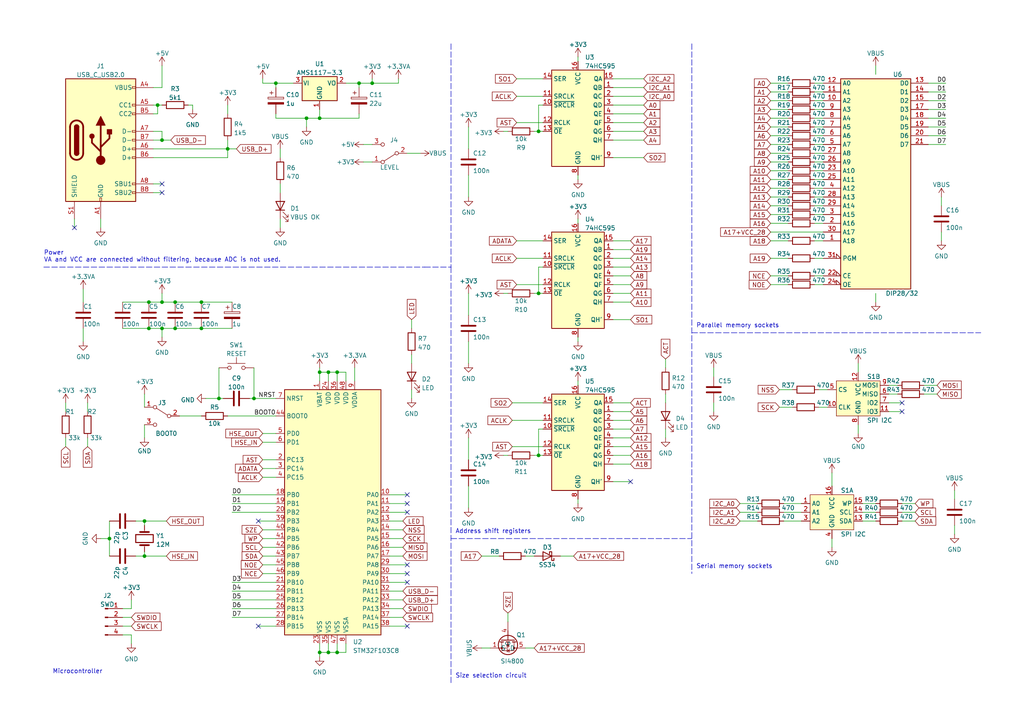
<source format=kicad_sch>
(kicad_sch (version 20211123) (generator eeschema)
  (paper "A4")
  (title_block (title "Memory dumper") (date "2022-10-15") (rev "0.1") (comment 1 "Made by HA5PLS"))
  (junction (at 156.21 38.1))
  (junction (at 73.66 115.57))
  (junction (at 58.42 87.63))
  (junction (at 80.01 24.13))
  (junction (at 92.71 107.95))
  (junction (at 107.95 24.13))
  (junction (at 41.91 151.13))
  (junction (at 156.21 85.09))
  (junction (at 46.99 40.64))
  (junction (at 50.8 87.63))
  (junction (at 95.25 107.95))
  (junction (at 46.99 95.25))
  (junction (at 58.42 95.25))
  (junction (at 95.25 189.23))
  (junction (at 92.71 189.23))
  (junction (at 46.99 87.63))
  (junction (at 43.18 95.25))
  (junction (at 63.5 115.57))
  (junction (at 43.18 87.63))
  (junction (at 97.79 189.23))
  (junction (at 92.71 34.29))
  (junction (at 50.8 95.25))
  (junction (at 97.79 107.95))
  (junction (at 66.04 43.18))
  (junction (at 88.9 34.29))
  (junction (at 156.21 132.08))
  (junction (at 31.75 156.21))
  (junction (at 104.14 24.13))
  (junction (at 45.72 30.48))
  (junction (at 41.91 161.29))
  (no_connect (at 21.59 66.04))
  (no_connect (at 46.99 55.88))
  (no_connect (at 46.99 53.34))
  (no_connect (at 182.88 139.7))
  (no_connect (at 261.62 116.84))
  (no_connect (at 261.62 119.38))
  (no_connect (at 74.93 181.61))
  (no_connect (at 74.93 151.13))
  (no_connect (at 118.11 168.91))
  (no_connect (at 118.11 181.61))
  (no_connect (at 118.11 163.83))
  (no_connect (at 118.11 166.37))
  (no_connect (at 118.11 143.51))
  (no_connect (at 118.11 146.05))
  (no_connect (at 118.11 148.59))
  (wire (pts (xy 66.04 120.65) (xy 80.01 120.65)))
  (wire (pts (xy 257.81 114.3) (xy 260.35 114.3)))
  (wire (pts (xy 223.52 29.21) (xy 228.6 29.21)))
  (wire (pts (xy 66.04 43.18) (xy 68.58 43.18)))
  (wire (pts (xy 269.24 34.29) (xy 274.32 34.29)))
  (wire (pts (xy 223.52 74.93) (xy 228.6 74.93)))
  (wire (pts (xy 236.22 80.01) (xy 238.76 80.01)))
  (wire (pts (xy 223.52 41.91) (xy 228.6 41.91)))
  (wire (pts (xy 214.63 151.13) (xy 219.71 151.13)))
  (wire (pts (xy 41.91 151.13) (xy 48.26 151.13)))
  (wire (pts (xy 21.59 63.5) (xy 21.59 66.04)))
  (wire (pts (xy 45.72 33.02) (xy 45.72 30.48)))
  (wire (pts (xy 223.52 67.31) (xy 238.76 67.31)))
  (wire (pts (xy 44.45 45.72) (xy 66.04 45.72)))
  (wire (pts (xy 44.45 25.4) (xy 46.99 25.4)))
  (wire (pts (xy 19.05 129.54) (xy 19.05 127)))
  (wire (pts (xy 31.75 156.21) (xy 29.21 156.21)))
  (wire (pts (xy 115.57 24.13) (xy 115.57 22.86)))
  (wire (pts (xy 67.31 176.53) (xy 80.01 176.53)))
  (wire (pts (xy 261.62 151.13) (xy 265.43 151.13)))
  (wire (pts (xy 104.14 33.02) (xy 104.14 34.29)))
  (wire (pts (xy 113.03 153.67) (xy 116.84 153.67)))
  (wire (pts (xy 63.5 115.57) (xy 64.77 115.57)))
  (wire (pts (xy 50.8 95.25) (xy 58.42 95.25)))
  (wire (pts (xy 41.91 160.02) (xy 41.91 161.29)))
  (wire (pts (xy 273.05 57.15) (xy 273.05 59.69)))
  (wire (pts (xy 67.31 171.45) (xy 80.01 171.45)))
  (wire (pts (xy 92.71 186.69) (xy 92.71 189.23)))
  (wire (pts (xy 119.38 92.71) (xy 119.38 95.25)))
  (wire (pts (xy 113.03 156.21) (xy 116.84 156.21)))
  (wire (pts (xy 95.25 189.23) (xy 97.79 189.23)))
  (wire (pts (xy 177.8 119.38) (xy 182.88 119.38)))
  (wire (pts (xy 76.2 156.21) (xy 80.01 156.21)))
  (wire (pts (xy 100.33 107.95) (xy 100.33 110.49)))
  (wire (pts (xy 177.8 38.1) (xy 186.69 38.1)))
  (wire (pts (xy 76.2 24.13) (xy 80.01 24.13)))
  (wire (pts (xy 223.52 44.45) (xy 228.6 44.45)))
  (wire (pts (xy 250.19 151.13) (xy 254 151.13)))
  (wire (pts (xy 135.89 85.09) (xy 135.89 91.44)))
  (wire (pts (xy 25.4 129.54) (xy 25.4 127)))
  (wire (pts (xy 241.3 137.16) (xy 241.3 140.97)))
  (wire (pts (xy 66.04 43.18) (xy 66.04 45.72)))
  (wire (pts (xy 105.41 46.99) (xy 107.95 46.99)))
  (wire (pts (xy 254 19.05) (xy 254 21.59)))
  (wire (pts (xy 156.21 77.47) (xy 156.21 85.09)))
  (wire (pts (xy 149.86 35.56) (xy 157.48 35.56)))
  (wire (pts (xy 113.03 146.05) (xy 118.11 146.05)))
  (wire (pts (xy 236.22 74.93) (xy 238.76 74.93)))
  (wire (pts (xy 149.86 27.94) (xy 157.48 27.94)))
  (wire (pts (xy 135.89 99.06) (xy 135.89 105.41)))
  (wire (pts (xy 92.71 106.68) (xy 92.71 107.95)))
  (polyline (pts (xy 12.7 77.47) (xy 123.19 77.47)))
  (wire (pts (xy 207.01 116.84) (xy 207.01 119.38)))
  (wire (pts (xy 236.22 44.45) (xy 238.76 44.45)))
  (wire (pts (xy 116.84 151.13) (xy 113.03 151.13)))
  (wire (pts (xy 177.8 25.4) (xy 186.69 25.4)))
  (wire (pts (xy 41.91 123.19) (xy 41.91 127)))
  (wire (pts (xy 177.8 129.54) (xy 182.88 129.54)))
  (wire (pts (xy 154.94 132.08) (xy 156.21 132.08)))
  (wire (pts (xy 149.86 74.93) (xy 157.48 74.93)))
  (wire (pts (xy 80.01 33.02) (xy 80.01 34.29)))
  (wire (pts (xy 25.4 119.38) (xy 25.4 116.84)))
  (wire (pts (xy 207.01 106.68) (xy 207.01 109.22)))
  (wire (pts (xy 156.21 38.1) (xy 157.48 38.1)))
  (wire (pts (xy 119.38 113.03) (xy 119.38 115.57)))
  (wire (pts (xy 41.91 114.3) (xy 41.91 118.11)))
  (wire (pts (xy 74.93 151.13) (xy 80.01 151.13)))
  (wire (pts (xy 236.22 57.15) (xy 238.76 57.15)))
  (wire (pts (xy 44.45 38.1) (xy 46.99 38.1)))
  (wire (pts (xy 214.63 148.59) (xy 219.71 148.59)))
  (polyline (pts (xy 200.66 12.7) (xy 200.66 166.37)))
  (wire (pts (xy 248.92 123.19) (xy 248.92 125.73)))
  (wire (pts (xy 31.75 151.13) (xy 31.75 156.21)))
  (wire (pts (xy 76.2 158.75) (xy 80.01 158.75)))
  (wire (pts (xy 254 85.09) (xy 254 87.63)))
  (wire (pts (xy 38.1 184.15) (xy 38.1 186.69)))
  (wire (pts (xy 177.8 40.64) (xy 186.69 40.64)))
  (wire (pts (xy 237.49 113.03) (xy 240.03 113.03)))
  (wire (pts (xy 81.28 43.18) (xy 81.28 45.72)))
  (wire (pts (xy 76.2 166.37) (xy 80.01 166.37)))
  (wire (pts (xy 35.56 184.15) (xy 38.1 184.15)))
  (wire (pts (xy 50.8 87.63) (xy 58.42 87.63)))
  (wire (pts (xy 24.13 83.82) (xy 24.13 87.63)))
  (wire (pts (xy 267.97 111.76) (xy 271.78 111.76)))
  (wire (pts (xy 177.8 27.94) (xy 186.69 27.94)))
  (wire (pts (xy 177.8 69.85) (xy 182.88 69.85)))
  (wire (pts (xy 85.09 24.13) (xy 80.01 24.13)))
  (wire (pts (xy 214.63 146.05) (xy 219.71 146.05)))
  (wire (pts (xy 226.06 118.11) (xy 229.87 118.11)))
  (wire (pts (xy 135.89 127) (xy 135.89 133.35)))
  (wire (pts (xy 237.49 118.11) (xy 240.03 118.11)))
  (wire (pts (xy 223.52 46.99) (xy 228.6 46.99)))
  (wire (pts (xy 46.99 95.25) (xy 46.99 97.79)))
  (wire (pts (xy 58.42 87.63) (xy 67.31 87.63)))
  (wire (pts (xy 102.87 106.68) (xy 102.87 110.49)))
  (wire (pts (xy 76.2 161.29) (xy 80.01 161.29)))
  (wire (pts (xy 104.14 24.13) (xy 107.95 24.13)))
  (wire (pts (xy 177.8 45.72) (xy 186.69 45.72)))
  (wire (pts (xy 67.31 148.59) (xy 80.01 148.59)))
  (wire (pts (xy 35.56 179.07) (xy 38.1 179.07)))
  (wire (pts (xy 223.52 62.23) (xy 228.6 62.23)))
  (wire (pts (xy 269.24 41.91) (xy 274.32 41.91)))
  (wire (pts (xy 248.92 105.41) (xy 248.92 107.95)))
  (wire (pts (xy 119.38 102.87) (xy 119.38 105.41)))
  (wire (pts (xy 154.94 85.09) (xy 156.21 85.09)))
  (wire (pts (xy 35.56 95.25) (xy 43.18 95.25)))
  (wire (pts (xy 223.52 80.01) (xy 228.6 80.01)))
  (wire (pts (xy 95.25 107.95) (xy 95.25 110.49)))
  (wire (pts (xy 95.25 186.69) (xy 95.25 189.23)))
  (wire (pts (xy 152.4 187.96) (xy 154.94 187.96)))
  (wire (pts (xy 149.86 69.85) (xy 157.48 69.85)))
  (wire (pts (xy 74.93 181.61) (xy 80.01 181.61)))
  (wire (pts (xy 223.52 34.29) (xy 228.6 34.29)))
  (wire (pts (xy 236.22 69.85) (xy 238.76 69.85)))
  (wire (pts (xy 113.03 173.99) (xy 116.84 173.99)))
  (wire (pts (xy 177.8 134.62) (xy 182.88 134.62)))
  (wire (pts (xy 156.21 132.08) (xy 157.48 132.08)))
  (wire (pts (xy 177.8 72.39) (xy 182.88 72.39)))
  (wire (pts (xy 88.9 34.29) (xy 92.71 34.29)))
  (wire (pts (xy 267.97 114.3) (xy 271.78 114.3)))
  (wire (pts (xy 113.03 143.51) (xy 118.11 143.51)))
  (wire (pts (xy 46.99 87.63) (xy 50.8 87.63)))
  (wire (pts (xy 177.8 127) (xy 182.88 127)))
  (wire (pts (xy 44.45 33.02) (xy 45.72 33.02)))
  (wire (pts (xy 49.53 40.64) (xy 46.99 40.64)))
  (wire (pts (xy 167.64 110.49) (xy 167.64 111.76)))
  (wire (pts (xy 223.52 24.13) (xy 228.6 24.13)))
  (wire (pts (xy 177.8 77.47) (xy 182.88 77.47)))
  (wire (pts (xy 261.62 148.59) (xy 265.43 148.59)))
  (wire (pts (xy 76.2 128.27) (xy 80.01 128.27)))
  (wire (pts (xy 100.33 186.69) (xy 100.33 189.23)))
  (wire (pts (xy 43.18 95.25) (xy 46.99 95.25)))
  (wire (pts (xy 107.95 24.13) (xy 115.57 24.13)))
  (wire (pts (xy 177.8 80.01) (xy 182.88 80.01)))
  (wire (pts (xy 92.71 190.5) (xy 92.71 189.23)))
  (wire (pts (xy 67.31 143.51) (xy 80.01 143.51)))
  (wire (pts (xy 236.22 62.23) (xy 238.76 62.23)))
  (wire (pts (xy 113.03 168.91) (xy 118.11 168.91)))
  (wire (pts (xy 223.52 31.75) (xy 228.6 31.75)))
  (wire (pts (xy 31.75 156.21) (xy 31.75 161.29)))
  (wire (pts (xy 73.66 115.57) (xy 80.01 115.57)))
  (wire (pts (xy 44.45 30.48) (xy 45.72 30.48)))
  (wire (pts (xy 76.2 125.73) (xy 80.01 125.73)))
  (wire (pts (xy 269.24 26.67) (xy 274.32 26.67)))
  (wire (pts (xy 177.8 82.55) (xy 182.88 82.55)))
  (wire (pts (xy 157.48 30.48) (xy 156.21 30.48)))
  (wire (pts (xy 97.79 186.69) (xy 97.79 189.23)))
  (wire (pts (xy 177.8 116.84) (xy 182.88 116.84)))
  (wire (pts (xy 92.71 31.75) (xy 92.71 34.29)))
  (wire (pts (xy 147.32 177.8) (xy 147.32 180.34)))
  (wire (pts (xy 156.21 124.46) (xy 156.21 132.08)))
  (wire (pts (xy 177.8 22.86) (xy 186.69 22.86)))
  (wire (pts (xy 29.21 63.5) (xy 29.21 66.04)))
  (wire (pts (xy 149.86 22.86) (xy 157.48 22.86)))
  (wire (pts (xy 63.5 106.68) (xy 63.5 115.57)))
  (wire (pts (xy 35.56 87.63) (xy 43.18 87.63)))
  (wire (pts (xy 167.64 97.79) (xy 167.64 99.06)))
  (wire (pts (xy 58.42 95.25) (xy 67.31 95.25)))
  (wire (pts (xy 67.31 179.07) (xy 80.01 179.07)))
  (wire (pts (xy 223.52 69.85) (xy 228.6 69.85)))
  (wire (pts (xy 177.8 35.56) (xy 186.69 35.56)))
  (wire (pts (xy 100.33 189.23) (xy 97.79 189.23)))
  (wire (pts (xy 236.22 26.67) (xy 238.76 26.67)))
  (wire (pts (xy 135.89 36.83) (xy 135.89 43.18)))
  (polyline (pts (xy 200.66 96.52) (xy 284.48 96.52)))
  (wire (pts (xy 236.22 29.21) (xy 238.76 29.21)))
  (wire (pts (xy 81.28 63.5) (xy 81.28 66.04)))
  (wire (pts (xy 46.99 95.25) (xy 50.8 95.25)))
  (wire (pts (xy 45.72 30.48) (xy 46.99 30.48)))
  (wire (pts (xy 44.45 55.88) (xy 46.99 55.88)))
  (wire (pts (xy 157.48 124.46) (xy 156.21 124.46)))
  (wire (pts (xy 273.05 67.31) (xy 273.05 69.85)))
  (wire (pts (xy 67.31 168.91) (xy 80.01 168.91)))
  (wire (pts (xy 177.8 121.92) (xy 182.88 121.92)))
  (wire (pts (xy 156.21 85.09) (xy 157.48 85.09)))
  (wire (pts (xy 80.01 133.35) (xy 76.2 133.35)))
  (wire (pts (xy 193.04 114.3) (xy 193.04 116.84)))
  (wire (pts (xy 107.95 22.86) (xy 107.95 24.13)))
  (wire (pts (xy 236.22 64.77) (xy 238.76 64.77)))
  (wire (pts (xy 177.8 33.02) (xy 186.69 33.02)))
  (wire (pts (xy 223.52 57.15) (xy 228.6 57.15)))
  (wire (pts (xy 236.22 34.29) (xy 238.76 34.29)))
  (wire (pts (xy 72.39 115.57) (xy 73.66 115.57)))
  (wire (pts (xy 97.79 107.95) (xy 97.79 110.49)))
  (wire (pts (xy 167.64 144.78) (xy 167.64 146.05)))
  (wire (pts (xy 154.94 38.1) (xy 156.21 38.1)))
  (wire (pts (xy 162.56 161.29) (xy 166.37 161.29)))
  (wire (pts (xy 80.01 34.29) (xy 88.9 34.29)))
  (wire (pts (xy 44.45 53.34) (xy 46.99 53.34)))
  (wire (pts (xy 269.24 39.37) (xy 274.32 39.37)))
  (wire (pts (xy 156.21 30.48) (xy 156.21 38.1)))
  (wire (pts (xy 223.52 26.67) (xy 228.6 26.67)))
  (wire (pts (xy 223.52 82.55) (xy 228.6 82.55)))
  (wire (pts (xy 167.64 63.5) (xy 167.64 64.77)))
  (wire (pts (xy 236.22 52.07) (xy 238.76 52.07)))
  (wire (pts (xy 177.8 124.46) (xy 182.88 124.46)))
  (wire (pts (xy 55.88 31.75) (xy 55.88 30.48)))
  (wire (pts (xy 236.22 24.13) (xy 238.76 24.13)))
  (wire (pts (xy 113.03 176.53) (xy 116.84 176.53)))
  (polyline (pts (xy 123.19 77.47) (xy 130.81 77.47)))
  (wire (pts (xy 257.81 116.84) (xy 261.62 116.84)))
  (wire (pts (xy 113.03 166.37) (xy 118.11 166.37)))
  (wire (pts (xy 76.2 138.43) (xy 80.01 138.43)))
  (polyline (pts (xy 130.81 12.7) (xy 130.81 77.47)))
  (wire (pts (xy 177.8 85.09) (xy 182.88 85.09)))
  (wire (pts (xy 66.04 30.48) (xy 66.04 33.02)))
  (wire (pts (xy 152.4 161.29) (xy 154.94 161.29)))
  (wire (pts (xy 148.59 129.54) (xy 157.48 129.54)))
  (wire (pts (xy 269.24 31.75) (xy 274.32 31.75)))
  (wire (pts (xy 223.52 52.07) (xy 228.6 52.07)))
  (wire (pts (xy 113.03 181.61) (xy 118.11 181.61)))
  (wire (pts (xy 59.69 115.57) (xy 63.5 115.57)))
  (wire (pts (xy 39.37 151.13) (xy 41.91 151.13)))
  (polyline (pts (xy 130.81 156.21) (xy 200.66 156.21)))
  (wire (pts (xy 92.71 34.29) (xy 104.14 34.29)))
  (wire (pts (xy 250.19 146.05) (xy 254 146.05)))
  (wire (pts (xy 148.59 116.84) (xy 157.48 116.84)))
  (wire (pts (xy 257.81 119.38) (xy 261.62 119.38)))
  (wire (pts (xy 157.48 77.47) (xy 156.21 77.47)))
  (wire (pts (xy 236.22 36.83) (xy 238.76 36.83)))
  (wire (pts (xy 236.22 31.75) (xy 238.76 31.75)))
  (wire (pts (xy 19.05 119.38) (xy 19.05 116.84)))
  (wire (pts (xy 46.99 19.05) (xy 46.99 25.4)))
  (wire (pts (xy 241.3 156.21) (xy 241.3 158.75)))
  (wire (pts (xy 236.22 59.69) (xy 238.76 59.69)))
  (wire (pts (xy 24.13 95.25) (xy 24.13 99.06)))
  (wire (pts (xy 76.2 153.67) (xy 80.01 153.67)))
  (wire (pts (xy 261.62 146.05) (xy 265.43 146.05)))
  (wire (pts (xy 223.52 49.53) (xy 228.6 49.53)))
  (wire (pts (xy 43.18 87.63) (xy 46.99 87.63)))
  (wire (pts (xy 250.19 148.59) (xy 254 148.59)))
  (wire (pts (xy 113.03 179.07) (xy 116.84 179.07)))
  (wire (pts (xy 113.03 158.75) (xy 116.84 158.75)))
  (wire (pts (xy 80.01 135.89) (xy 76.2 135.89)))
  (wire (pts (xy 67.31 173.99) (xy 80.01 173.99)))
  (wire (pts (xy 146.05 38.1) (xy 147.32 38.1)))
  (wire (pts (xy 227.33 151.13) (xy 232.41 151.13)))
  (wire (pts (xy 193.04 104.14) (xy 193.04 106.68)))
  (wire (pts (xy 41.91 161.29) (xy 39.37 161.29)))
  (wire (pts (xy 41.91 151.13) (xy 41.91 152.4)))
  (wire (pts (xy 236.22 54.61) (xy 238.76 54.61)))
  (wire (pts (xy 76.2 163.83) (xy 80.01 163.83)))
  (wire (pts (xy 67.31 146.05) (xy 80.01 146.05)))
  (wire (pts (xy 113.03 161.29) (xy 116.84 161.29)))
  (wire (pts (xy 95.25 107.95) (xy 97.79 107.95)))
  (wire (pts (xy 76.2 22.86) (xy 76.2 24.13)))
  (wire (pts (xy 177.8 30.48) (xy 186.69 30.48)))
  (wire (pts (xy 139.7 187.96) (xy 142.24 187.96)))
  (wire (pts (xy 236.22 82.55) (xy 238.76 82.55)))
  (wire (pts (xy 139.7 161.29) (xy 144.78 161.29)))
  (wire (pts (xy 135.89 140.97) (xy 135.89 147.32)))
  (wire (pts (xy 167.64 16.51) (xy 167.64 17.78)))
  (wire (pts (xy 177.8 87.63) (xy 182.88 87.63)))
  (wire (pts (xy 167.64 50.8) (xy 167.64 52.07)))
  (wire (pts (xy 38.1 176.53) (xy 38.1 173.99)))
  (polyline (pts (xy 130.81 77.47) (xy 130.81 198.12)))
  (wire (pts (xy 81.28 53.34) (xy 81.28 55.88)))
  (wire (pts (xy 113.03 171.45) (xy 116.84 171.45)))
  (wire (pts (xy 113.03 163.83) (xy 118.11 163.83)))
  (wire (pts (xy 135.89 50.8) (xy 135.89 57.15)))
  (wire (pts (xy 46.99 38.1) (xy 46.99 40.64)))
  (wire (pts (xy 276.86 152.4) (xy 276.86 154.94)))
  (wire (pts (xy 269.24 36.83) (xy 274.32 36.83)))
  (wire (pts (xy 223.52 64.77) (xy 228.6 64.77)))
  (wire (pts (xy 66.04 40.64) (xy 66.04 43.18)))
  (wire (pts (xy 223.52 39.37) (xy 228.6 39.37)))
  (wire (pts (xy 236.22 49.53) (xy 238.76 49.53)))
  (wire (pts (xy 236.22 46.99) (xy 238.76 46.99)))
  (wire (pts (xy 41.91 161.29) (xy 48.26 161.29)))
  (wire (pts (xy 46.99 85.09) (xy 46.99 87.63)))
  (wire (pts (xy 44.45 43.18) (xy 66.04 43.18)))
  (wire (pts (xy 88.9 34.29) (xy 88.9 36.83)))
  (wire (pts (xy 257.81 111.76) (xy 260.35 111.76)))
  (wire (pts (xy 92.71 189.23) (xy 95.25 189.23)))
  (wire (pts (xy 52.07 120.65) (xy 58.42 120.65)))
  (wire (pts (xy 73.66 115.57) (xy 73.66 106.68)))
  (wire (pts (xy 149.86 82.55) (xy 157.48 82.55)))
  (wire (pts (xy 177.8 74.93) (xy 182.88 74.93)))
  (wire (pts (xy 104.14 24.13) (xy 104.14 25.4)))
  (wire (pts (xy 146.05 132.08) (xy 147.32 132.08)))
  (wire (pts (xy 223.52 36.83) (xy 228.6 36.83)))
  (wire (pts (xy 276.86 142.24) (xy 276.86 144.78)))
  (wire (pts (xy 35.56 181.61) (xy 38.1 181.61)))
  (wire (pts (xy 55.88 30.48) (xy 54.61 30.48)))
  (wire (pts (xy 227.33 146.05) (xy 232.41 146.05)))
  (wire (pts (xy 44.45 40.64) (xy 46.99 40.64)))
  (wire (pts (xy 146.05 85.09) (xy 147.32 85.09)))
  (wire (pts (xy 236.22 41.91) (xy 238.76 41.91)))
  (wire (pts (xy 80.01 24.13) (xy 80.01 25.4)))
  (wire (pts (xy 236.22 39.37) (xy 238.76 39.37)))
  (wire (pts (xy 100.33 24.13) (xy 104.14 24.13)))
  (wire (pts (xy 92.71 107.95) (xy 95.25 107.95)))
  (wire (pts (xy 148.59 121.92) (xy 157.48 121.92)))
  (wire (pts (xy 226.06 113.03) (xy 229.87 113.03)))
  (wire (pts (xy 193.04 124.46) (xy 193.04 127)))
  (wire (pts (xy 223.52 54.61) (xy 228.6 54.61)))
  (wire (pts (xy 177.8 139.7) (xy 182.88 139.7)))
  (wire (pts (xy 92.71 107.95) (xy 92.71 110.49)))
  (wire (pts (xy 97.79 107.95) (xy 100.33 107.95)))
  (wire (pts (xy 269.24 29.21) (xy 274.32 29.21)))
  (wire (pts (xy 269.24 24.13) (xy 274.32 24.13)))
  (wire (pts (xy 113.03 148.59) (xy 118.11 148.59)))
  (wire (pts (xy 177.8 132.08) (xy 182.88 132.08)))
  (wire (pts (xy 227.33 148.59) (xy 232.41 148.59)))
  (wire (pts (xy 177.8 92.71) (xy 182.88 92.71)))
  (wire (pts (xy 105.41 41.91) (xy 107.95 41.91)))
  (wire (pts (xy 35.56 176.53) (xy 38.1 176.53)))
  (wire (pts (xy 223.52 59.69) (xy 228.6 59.69)))
  (wire (pts (xy 118.11 44.45) (xy 121.92 44.45)))
  (text "Address shift registers\n" (at 132.08 154.94 0) (effects (font (size 1.27 1.27)) (justify left bottom)))
  (text "Size selection circuit\n" (at 132.08 196.85 0) (effects (font (size 1.27 1.27)) (justify left bottom)))
  (text "Power\nVA and VCC are connected without filtering, because ADC is not used." (at 12.7 76.2 0) (effects (font (size 1.27 1.27)) (justify left bottom)))
  (text "Microcontroller" (at 15.24 195.58 0) (effects (font (size 1.27 1.27)) (justify left bottom)))
  (text "Serial memory sockets\n" (at 201.93 165.1 0) (effects (font (size 1.27 1.27)) (justify left bottom)))
  (text "Parallel memory sockets\n" (at 201.93 95.25 0) (effects (font (size 1.27 1.27)) (justify left bottom)))
  (label "D5" (at 271.78 36.83 0))
  (label "D4" (at 67.31 171.45 0))
  (label "D7" (at 271.78 41.91 0))
  (label "D2" (at 67.31 148.59 0))
  (label "D3" (at 67.31 168.91 0))
  (label "D0" (at 67.31 143.51 0))
  (label "D0" (at 271.78 24.13 0))
  (label "D6" (at 271.78 39.37 0))
  (label "BOOT0" (at 73.66 120.65 0))
  (label "D7" (at 67.31 179.07 0))
  (label "D6" (at 67.31 176.53 0))
  (label "D5" (at 67.31 173.99 0))
  (label "NRST" (at 74.93 115.57 0))
  (label "D2" (at 271.78 29.21 0))
  (label "D1" (at 271.78 26.67 0))
  (label "D4" (at 271.78 34.29 0))
  (label "D3" (at 271.78 31.75 0))
  (label "D1" (at 67.31 146.05 0))
  (global_label "HSE_OUT" (shape input) (at 48.26 151.13 0) (property "Intersheet References" "${INTERSHEET_REFS}" (effects hide)))
  (global_label "USB_D-" (shape input) (at 49.53 40.64 0) (property "Intersheet References" "${INTERSHEET_REFS}" (effects hide)))
  (global_label "SO2" (shape input) (at 186.69 45.72 0) (property "Intersheet References" "${INTERSHEET_REFS}" (effects hide)))
  (global_label "A0" (shape input) (at 223.52 24.13 180) (property "Intersheet References" "${INTERSHEET_REFS}" (effects hide)))
  (global_label "A16" (shape input) (at 223.52 64.77 180) (property "Intersheet References" "${INTERSHEET_REFS}" (effects hide)))
  (global_label "A6" (shape input) (at 223.52 39.37 180) (property "Intersheet References" "${INTERSHEET_REFS}" (effects hide)))
  (global_label "A15" (shape input) (at 182.88 129.54 0) (property "Intersheet References" "${INTERSHEET_REFS}" (effects hide)))
  (global_label "A18" (shape input) (at 223.52 69.85 180) (property "Intersheet References" "${INTERSHEET_REFS}" (effects hide)))
  (global_label "A1" (shape input) (at 186.69 33.02 0) (property "Intersheet References" "${INTERSHEET_REFS}" (effects hide)))
  (global_label "A3" (shape input) (at 223.52 31.75 180) (property "Intersheet References" "${INTERSHEET_REFS}" (effects hide)))
  (global_label "USB_D-" (shape input) (at 116.84 171.45 0) (property "Intersheet References" "${INTERSHEET_REFS}" (effects hide)))
  (global_label "MOSI" (shape input) (at 271.78 111.76 0) (property "Intersheet References" "${INTERSHEET_REFS}" (effects hide)))
  (global_label "SO2" (shape input) (at 148.59 116.84 180) (property "Intersheet References" "${INTERSHEET_REFS}" (effects hide)))
  (global_label "I2C_A0" (shape input) (at 214.63 146.05 180) (property "Intersheet References" "${INTERSHEET_REFS}" (effects hide)))
  (global_label "A10" (shape input) (at 223.52 49.53 180) (property "Intersheet References" "${INTERSHEET_REFS}" (effects hide)))
  (global_label "USB_D+" (shape input) (at 68.58 43.18 0) (property "Intersheet References" "${INTERSHEET_REFS}" (effects hide)))
  (global_label "HSE_IN" (shape input) (at 76.2 128.27 180) (property "Intersheet References" "${INTERSHEET_REFS}" (effects hide)))
  (global_label "A12" (shape input) (at 223.52 54.61 180) (property "Intersheet References" "${INTERSHEET_REFS}" (effects hide)))
  (global_label "AST" (shape input) (at 149.86 35.56 180) (property "Intersheet References" "${INTERSHEET_REFS}" (effects hide)))
  (global_label "ACLK" (shape input) (at 149.86 74.93 180) (property "Intersheet References" "${INTERSHEET_REFS}" (effects hide)))
  (global_label "A10" (shape input) (at 182.88 87.63 0) (property "Intersheet References" "${INTERSHEET_REFS}" (effects hide)))
  (global_label "A17+VCC_28" (shape input) (at 154.94 187.96 0) (property "Intersheet References" "${INTERSHEET_REFS}" (effects hide)))
  (global_label "SO1" (shape input) (at 182.88 92.71 0) (property "Intersheet References" "${INTERSHEET_REFS}" (effects hide)))
  (global_label "A17+VCC_28" (shape input) (at 166.37 161.29 0) (property "Intersheet References" "${INTERSHEET_REFS}" (effects hide)))
  (global_label "A13" (shape input) (at 182.88 77.47 0) (property "Intersheet References" "${INTERSHEET_REFS}" (effects hide)))
  (global_label "HSE_IN" (shape input) (at 48.26 161.29 0) (property "Intersheet References" "${INTERSHEET_REFS}" (effects hide)))
  (global_label "A7" (shape input) (at 223.52 41.91 180) (property "Intersheet References" "${INTERSHEET_REFS}" (effects hide)))
  (global_label "SCK" (shape input) (at 226.06 118.11 180) (property "Intersheet References" "${INTERSHEET_REFS}" (effects hide)))
  (global_label "SCL" (shape input) (at 265.43 148.59 0) (property "Intersheet References" "${INTERSHEET_REFS}" (effects hide)))
  (global_label "NCE" (shape input) (at 223.52 80.01 180) (property "Intersheet References" "${INTERSHEET_REFS}" (effects hide)))
  (global_label "SWCLK" (shape input) (at 116.84 179.07 0) (property "Intersheet References" "${INTERSHEET_REFS}" (effects hide)))
  (global_label "NOE" (shape input) (at 223.52 82.55 180) (property "Intersheet References" "${INTERSHEET_REFS}" (effects hide)))
  (global_label "I2C_A2" (shape input) (at 186.69 22.86 0) (property "Intersheet References" "${INTERSHEET_REFS}" (effects hide)))
  (global_label "ADATA" (shape input) (at 76.2 135.89 180) (property "Intersheet References" "${INTERSHEET_REFS}" (effects hide)))
  (global_label "A14" (shape input) (at 223.52 59.69 180) (property "Intersheet References" "${INTERSHEET_REFS}" (effects hide)))
  (global_label "A19" (shape input) (at 223.52 74.93 180) (property "Intersheet References" "${INTERSHEET_REFS}" (effects hide)))
  (global_label "LED" (shape input) (at 119.38 92.71 90) (property "Intersheet References" "${INTERSHEET_REFS}" (effects hide)))
  (global_label "ACLK" (shape input) (at 149.86 27.94 180) (property "Intersheet References" "${INTERSHEET_REFS}" (effects hide)))
  (global_label "NCE" (shape input) (at 76.2 166.37 180) (property "Intersheet References" "${INTERSHEET_REFS}" (effects hide)))
  (global_label "LED" (shape input) (at 116.84 151.13 0) (property "Intersheet References" "${INTERSHEET_REFS}" (effects hide)))
  (global_label "I2C_A0" (shape input) (at 186.69 27.94 0) (property "Intersheet References" "${INTERSHEET_REFS}" (effects hide)))
  (global_label "HSE_OUT" (shape input) (at 76.2 125.73 180) (property "Intersheet References" "${INTERSHEET_REFS}" (effects hide)))
  (global_label "A5" (shape input) (at 223.52 36.83 180) (property "Intersheet References" "${INTERSHEET_REFS}" (effects hide)))
  (global_label "USB_D+" (shape input) (at 116.84 173.99 0) (property "Intersheet References" "${INTERSHEET_REFS}" (effects hide)))
  (global_label "ADATA" (shape input) (at 149.86 69.85 180) (property "Intersheet References" "${INTERSHEET_REFS}" (effects hide)))
  (global_label "A17" (shape input) (at 139.7 161.29 180) (property "Intersheet References" "${INTERSHEET_REFS}" (effects hide)))
  (global_label "AST" (shape input) (at 149.86 82.55 180) (property "Intersheet References" "${INTERSHEET_REFS}" (effects hide)))
  (global_label "A17+VCC_28" (shape input) (at 223.52 67.31 180) (property "Intersheet References" "${INTERSHEET_REFS}" (effects hide)))
  (global_label "SCL" (shape input) (at 76.2 158.75 180) (property "Intersheet References" "${INTERSHEET_REFS}" (effects hide)))
  (global_label "ACT" (shape input) (at 193.04 104.14 90) (property "Intersheet References" "${INTERSHEET_REFS}" (effects hide)))
  (global_label "I2C_A2" (shape input) (at 214.63 151.13 180) (property "Intersheet References" "${INTERSHEET_REFS}" (effects hide)))
  (global_label "ACLK" (shape input) (at 76.2 138.43 180) (property "Intersheet References" "${INTERSHEET_REFS}" (effects hide)))
  (global_label "A9" (shape input) (at 182.88 82.55 0) (property "Intersheet References" "${INTERSHEET_REFS}" (effects hide)))
  (global_label "A1" (shape input) (at 223.52 26.67 180) (property "Intersheet References" "${INTERSHEET_REFS}" (effects hide)))
  (global_label "SWDIO" (shape input) (at 38.1 179.07 0) (property "Intersheet References" "${INTERSHEET_REFS}" (effects hide)))
  (global_label "A0" (shape input) (at 186.69 30.48 0) (property "Intersheet References" "${INTERSHEET_REFS}" (effects hide)))
  (global_label "A3" (shape input) (at 186.69 38.1 0) (property "Intersheet References" "${INTERSHEET_REFS}" (effects hide)))
  (global_label "NSS" (shape input) (at 226.06 113.03 180) (property "Intersheet References" "${INTERSHEET_REFS}" (effects hide)))
  (global_label "SZE" (shape input) (at 76.2 153.67 180) (property "Intersheet References" "${INTERSHEET_REFS}" (effects hide)))
  (global_label "AST" (shape input) (at 148.59 129.54 180) (property "Intersheet References" "${INTERSHEET_REFS}" (effects hide)))
  (global_label "A9" (shape input) (at 223.52 46.99 180) (property "Intersheet References" "${INTERSHEET_REFS}" (effects hide)))
  (global_label "A5" (shape input) (at 182.88 119.38 0) (property "Intersheet References" "${INTERSHEET_REFS}" (effects hide)))
  (global_label "A2" (shape input) (at 186.69 35.56 0) (property "Intersheet References" "${INTERSHEET_REFS}" (effects hide)))
  (global_label "A18" (shape input) (at 182.88 134.62 0) (property "Intersheet References" "${INTERSHEET_REFS}" (effects hide)))
  (global_label "SO1" (shape input) (at 149.86 22.86 180) (property "Intersheet References" "${INTERSHEET_REFS}" (effects hide)))
  (global_label "MISO" (shape input) (at 271.78 114.3 0) (property "Intersheet References" "${INTERSHEET_REFS}" (effects hide)))
  (global_label "SWCLK" (shape input) (at 38.1 181.61 0) (property "Intersheet References" "${INTERSHEET_REFS}" (effects hide)))
  (global_label "A8" (shape input) (at 182.88 80.01 0) (property "Intersheet References" "${INTERSHEET_REFS}" (effects hide)))
  (global_label "SDA" (shape input) (at 265.43 151.13 0) (property "Intersheet References" "${INTERSHEET_REFS}" (effects hide)))
  (global_label "MISO" (shape input) (at 116.84 158.75 0) (property "Intersheet References" "${INTERSHEET_REFS}" (effects hide)))
  (global_label "WP" (shape input) (at 76.2 156.21 180) (property "Intersheet References" "${INTERSHEET_REFS}" (effects hide)))
  (global_label "A12" (shape input) (at 182.88 127 0) (property "Intersheet References" "${INTERSHEET_REFS}" (effects hide)))
  (global_label "A11" (shape input) (at 223.52 52.07 180) (property "Intersheet References" "${INTERSHEET_REFS}" (effects hide)))
  (global_label "I2C_A1" (shape input) (at 186.69 25.4 0) (property "Intersheet References" "${INTERSHEET_REFS}" (effects hide)))
  (global_label "SCL" (shape input) (at 19.05 129.54 270) (property "Intersheet References" "${INTERSHEET_REFS}" (effects hide)))
  (global_label "SZE" (shape input) (at 147.32 177.8 90) (property "Intersheet References" "${INTERSHEET_REFS}" (effects hide)))
  (global_label "MOSI" (shape input) (at 116.84 161.29 0) (property "Intersheet References" "${INTERSHEET_REFS}" (effects hide)))
  (global_label "A6" (shape input) (at 182.88 121.92 0) (property "Intersheet References" "${INTERSHEET_REFS}" (effects hide)))
  (global_label "SWDIO" (shape input) (at 116.84 176.53 0) (property "Intersheet References" "${INTERSHEET_REFS}" (effects hide)))
  (global_label "A4" (shape input) (at 223.52 34.29 180) (property "Intersheet References" "${INTERSHEET_REFS}" (effects hide)))
  (global_label "A11" (shape input) (at 182.88 85.09 0) (property "Intersheet References" "${INTERSHEET_REFS}" (effects hide)))
  (global_label "A14" (shape input) (at 182.88 74.93 0) (property "Intersheet References" "${INTERSHEET_REFS}" (effects hide)))
  (global_label "ACLK" (shape input) (at 148.59 121.92 180) (property "Intersheet References" "${INTERSHEET_REFS}" (effects hide)))
  (global_label "A17" (shape input) (at 182.88 69.85 0) (property "Intersheet References" "${INTERSHEET_REFS}" (effects hide)))
  (global_label "I2C_A1" (shape input) (at 214.63 148.59 180) (property "Intersheet References" "${INTERSHEET_REFS}" (effects hide)))
  (global_label "A16" (shape input) (at 182.88 132.08 0) (property "Intersheet References" "${INTERSHEET_REFS}" (effects hide)))
  (global_label "SDA" (shape input) (at 76.2 161.29 180) (property "Intersheet References" "${INTERSHEET_REFS}" (effects hide)))
  (global_label "NSS" (shape input) (at 116.84 153.67 0) (property "Intersheet References" "${INTERSHEET_REFS}" (effects hide)))
  (global_label "A2" (shape input) (at 223.52 29.21 180) (property "Intersheet References" "${INTERSHEET_REFS}" (effects hide)))
  (global_label "WP" (shape input) (at 265.43 146.05 0) (property "Intersheet References" "${INTERSHEET_REFS}" (effects hide)))
  (global_label "NOE" (shape input) (at 76.2 163.83 180) (property "Intersheet References" "${INTERSHEET_REFS}" (effects hide)))
  (global_label "A13" (shape input) (at 223.52 57.15 180) (property "Intersheet References" "${INTERSHEET_REFS}" (effects hide)))
  (global_label "SDA" (shape input) (at 25.4 129.54 270) (property "Intersheet References" "${INTERSHEET_REFS}" (effects hide)))
  (global_label "A19" (shape input) (at 182.88 72.39 0) (property "Intersheet References" "${INTERSHEET_REFS}" (effects hide)))
  (global_label "SCK" (shape input) (at 116.84 156.21 0) (property "Intersheet References" "${INTERSHEET_REFS}" (effects hide)))
  (global_label "AST" (shape input) (at 76.2 133.35 180) (property "Intersheet References" "${INTERSHEET_REFS}" (effects hide)))
  (global_label "A8" (shape input) (at 223.52 44.45 180) (property "Intersheet References" "${INTERSHEET_REFS}" (effects hide)))
  (global_label "ACT" (shape input) (at 182.88 116.84 0) (property "Intersheet References" "${INTERSHEET_REFS}" (effects hide)))
  (global_label "A7" (shape input) (at 182.88 124.46 0) (property "Intersheet References" "${INTERSHEET_REFS}" (effects hide)))
  (global_label "A4" (shape input) (at 186.69 40.64 0) (property "Intersheet References" "${INTERSHEET_REFS}" (effects hide)))
  (global_label "A15" (shape input) (at 223.52 62.23 180) (property "Intersheet References" "${INTERSHEET_REFS}" (effects hide)))
  (symbol (lib_id "Device:R") (at 151.13 38.1 90) (mirror x) (unit 1)
    (property "Reference" "R9" (at 151.13 42.8158 90))
    (property "Value" "10k" (at 151.13 40.2789 90))
    (property "Footprint" "Resistor_SMD:R_0805_2012Metric_Pad1.20x1.40mm_HandSolder" (effects hide))
  )
  (symbol (lib_id "Device:C_Polarized") (at 67.31 91.44 0) (unit 1)
    (property "Reference" "C8" (at 67.31 88.9 0) (effects (justify left)))
    (property "Value" "1u" (at 67.31 93.98 0) (effects (justify left)))
    (property "Footprint" "Capacitor_SMD:CP_Elec_4x4.5" (effects hide))
  )
  (symbol (lib_id "Device:R") (at 232.41 52.07 90) (unit 1)
    (property "Reference" "R27" (at 227.33 50.8 90))
    (property "Value" "470" (at 237.49 50.8 90))
    (property "Footprint" "Resistor_SMD:R_0805_2012Metric_Pad1.20x1.40mm_HandSolder" (effects hide))
  )
  (symbol (lib_id "power:VBUS") (at 248.92 105.41 0) (unit 1)
    (property "Reference" "#PWR051" (effects hide))
    (property "Value" "VBUS" (at 248.92 101.8342 0))
  )
  (symbol (lib_id "Device:Crystal") (at 41.91 156.21 270) (unit 1)
    (property "Reference" "Y1" (at 45.2374 155.3753 90) (effects (justify left)))
    (property "Value" "12M" (at 45.2374 157.9122 90) (effects (justify left)))
    (property "Footprint" "Crystal:Crystal_HC18-U_Vertical" (effects hide))
  )
  (symbol (lib_id "power:VBUS") (at 121.92 44.45 270) (unit 1)
    (property "Reference" "#PWR029" (effects hide))
    (property "Value" "VBUS" (at 124.46 44.45 90) (effects (justify left)))
  )
  (symbol (lib_id "power:GND") (at 193.04 127 0) (unit 1)
    (property "Reference" "#PWR046" (effects hide))
    (property "Value" "GND" (at 193.04 131.4434 0))
  )
  (symbol (lib_id "memdump:SI4800") (at 147.32 187.96 270) (unit 1)
    (property "Reference" "Q1" (at 151.13 184.15 90))
    (property "Value" "SI4800" (at 148.59 191.77 90))
    (property "Footprint" "Package_SO:SO-8_3.9x4.9mm_P1.27mm" (effects hide))
  )
  (symbol (lib_id "power:+5V") (at 46.99 19.05 0) (unit 1)
    (property "Reference" "#PWR011" (effects hide))
    (property "Value" "+5V" (at 46.99 15.4742 0))
  )
  (symbol (lib_id "Device:R") (at 232.41 54.61 90) (unit 1)
    (property "Reference" "R28" (at 227.33 53.34 90))
    (property "Value" "470" (at 237.49 53.34 90))
    (property "Footprint" "Resistor_SMD:R_0805_2012Metric_Pad1.20x1.40mm_HandSolder" (effects hide))
  )
  (symbol (lib_id "power:+3.3V") (at 46.99 85.09 0) (unit 1)
    (property "Reference" "#PWR012" (effects hide))
    (property "Value" "+3.3V" (at 46.99 81.5142 0))
  )
  (symbol (lib_id "Device:R") (at 148.59 161.29 90) (unit 1)
    (property "Reference" "R8" (at 143.51 160.02 90))
    (property "Value" "470" (at 153.67 160.02 90))
    (property "Footprint" "Resistor_SMD:R_0805_2012Metric_Pad1.20x1.40mm_HandSolder" (effects hide))
  )
  (symbol (lib_id "Device:R") (at 257.81 151.13 90) (unit 1)
    (property "Reference" "R41" (at 252.73 149.86 90))
    (property "Value" "470" (at 262.89 149.86 90))
    (property "Footprint" "Resistor_SMD:R_0805_2012Metric_Pad1.20x1.40mm_HandSolder" (effects hide))
  )
  (symbol (lib_id "Device:R") (at 193.04 110.49 0) (unit 1)
    (property "Reference" "R12" (at 194.818 109.6553 0) (effects (justify left)))
    (property "Value" "470" (at 194.818 112.1922 0) (effects (justify left)))
    (property "Footprint" "Resistor_SMD:R_0805_2012Metric_Pad1.20x1.40mm_HandSolder" (effects hide))
  )
  (symbol (lib_id "Device:R") (at 264.16 114.3 90) (unit 1)
    (property "Reference" "R43" (at 259.08 113.03 90))
    (property "Value" "470" (at 269.24 113.03 90))
    (property "Footprint" "Resistor_SMD:R_0805_2012Metric_Pad1.20x1.40mm_HandSolder" (effects hide))
  )
  (symbol (lib_id "Device:R") (at 232.41 46.99 90) (unit 1)
    (property "Reference" "R25" (at 227.33 45.72 90))
    (property "Value" "470" (at 237.49 45.72 90))
    (property "Footprint" "Resistor_SMD:R_0805_2012Metric_Pad1.20x1.40mm_HandSolder" (effects hide))
  )
  (symbol (lib_id "power:GND") (at 29.21 66.04 0) (unit 1)
    (property "Reference" "#PWR05" (effects hide))
    (property "Value" "GND" (at 29.21 70.4834 0))
  )
  (symbol (lib_id "Device:R") (at 232.41 59.69 90) (unit 1)
    (property "Reference" "R30" (at 227.33 58.42 90))
    (property "Value" "470" (at 237.49 58.42 90))
    (property "Footprint" "Resistor_SMD:R_0805_2012Metric_Pad1.20x1.40mm_HandSolder" (effects hide))
  )
  (symbol (lib_id "Device:R") (at 62.23 120.65 270) (mirror x) (unit 1)
    (property "Reference" "R5" (at 62.23 118.11 90))
    (property "Value" "10k" (at 62.23 122.8289 90))
    (property "Footprint" "Resistor_SMD:R_0805_2012Metric_Pad1.20x1.40mm_HandSolder" (effects hide))
  )
  (symbol (lib_id "Device:R") (at 257.81 146.05 90) (unit 1)
    (property "Reference" "R39" (at 252.73 144.78 90))
    (property "Value" "470" (at 262.89 144.78 90))
    (property "Footprint" "Resistor_SMD:R_0805_2012Metric_Pad1.20x1.40mm_HandSolder" (effects hide))
  )
  (symbol (lib_id "Device:C") (at 35.56 161.29 90) (unit 1)
    (property "Reference" "C4" (at 36.3947 164.211 0) (effects (justify right)))
    (property "Value" "22p" (at 33.8578 164.211 0) (effects (justify right)))
    (property "Footprint" "Capacitor_SMD:C_0805_2012Metric_Pad1.18x1.45mm_HandSolder" (effects hide))
  )
  (symbol (lib_id "power:GND") (at 119.38 115.57 0) (unit 1)
    (property "Reference" "#PWR028" (effects hide))
    (property "Value" "GND" (at 119.38 120.0134 0))
  )
  (symbol (lib_id "power:VBUS") (at 273.05 57.15 0) (unit 1)
    (property "Reference" "#PWR055" (effects hide))
    (property "Value" "VBUS" (at 273.05 53.5742 0))
  )
  (symbol (lib_id "Device:C") (at 135.89 95.25 0) (unit 1)
    (property "Reference" "C13" (at 137.16 92.71 0) (effects (justify left)))
    (property "Value" "100n" (at 137.16 97.79 0) (effects (justify left)))
    (property "Footprint" "Capacitor_SMD:C_0805_2012Metric_Pad1.18x1.45mm_HandSolder" (effects hide))
  )
  (symbol (lib_id "Device:R") (at 25.4 123.19 180) (unit 1)
    (property "Reference" "R2" (at 26.67 119.38 0))
    (property "Value" "33k" (at 27.94 127 0))
    (property "Footprint" "Resistor_SMD:R_0805_2012Metric_Pad1.20x1.40mm_HandSolder" (effects hide))
  )
  (symbol (lib_name "MEMSOCKET_1") (lib_id "memdump:MEMSOCKET") (at 248.92 115.57 0) (unit 2)
    (property "Reference" "S1" (at 251.46 109.22 0) (effects (justify left)))
    (property "Value" "SPI I2C" (at 251.46 121.92 0) (effects (justify left)))
    (property "Footprint" "Socket:DIP_Socket-16_W4.3_W5.08_W7.62_W10.16_W10.9_3M_216-3340-00-0602J" (effects hide))
  )
  (symbol (lib_id "power:GND") (at 135.89 105.41 0) (unit 1)
    (property "Reference" "#PWR033" (effects hide))
    (property "Value" "GND" (at 135.89 109.8534 0))
  )
  (symbol (lib_id "Connector:Conn_01x04_Male") (at 30.48 179.07 0) (unit 1)
    (property "Reference" "J2" (at 31.115 172.754 0))
    (property "Value" "SWD" (at 31.115 175.2909 0))
    (property "Footprint" "Connector_PinHeader_2.54mm:PinHeader_1x04_P2.54mm_Vertical" (effects hide))
  )
  (symbol (lib_id "Device:C") (at 58.42 91.44 0) (unit 1)
    (property "Reference" "C7" (at 58.42 88.9 0) (effects (justify left)))
    (property "Value" "100n" (at 58.42 93.98 0) (effects (justify left)))
    (property "Footprint" "Capacitor_SMD:C_0805_2012Metric_Pad1.18x1.45mm_HandSolder" (effects hide))
  )
  (symbol (lib_id "power:GND") (at 59.69 115.57 270) (unit 1)
    (property "Reference" "#PWR015" (effects hide))
    (property "Value" "GND" (at 56.5151 116.0038 90) (effects (justify right)))
  )
  (symbol (lib_id "74xx:74HC595") (at 167.64 80.01 0) (unit 1)
    (property "Reference" "U4" (at 169.6594 63.6102 0) (effects (justify left)))
    (property "Value" "74HC595" (at 169.6594 66.1471 0) (effects (justify left)))
    (property "Footprint" "Package_SO:SOP-16_3.9x9.9mm_P1.27mm" (effects hide))
    (property "Datasheet" "http://www.ti.com/lit/ds/symlink/sn74hc595.pdf" (effects hide))
  )
  (symbol (lib_id "Device:LED") (at 119.38 109.22 90) (unit 1)
    (property "Reference" "D2" (at 122.301 109.9728 90) (effects (justify right)))
    (property "Value" "LED" (at 122.301 112.5097 90) (effects (justify right)))
    (property "Footprint" "LED_SMD:LED_0805_2012Metric_Pad1.15x1.40mm_HandSolder" (effects hide))
  )
  (symbol (lib_id "Device:R") (at 223.52 146.05 90) (unit 1)
    (property "Reference" "R13" (at 218.44 144.78 90))
    (property "Value" "470" (at 228.6 144.78 90))
    (property "Footprint" "Resistor_SMD:R_0805_2012Metric_Pad1.20x1.40mm_HandSolder" (effects hide))
  )
  (symbol (lib_id "Device:R") (at 232.41 69.85 90) (unit 1)
    (property "Reference" "R33" (at 227.33 68.58 90))
    (property "Value" "470" (at 237.49 68.58 90))
    (property "Footprint" "Resistor_SMD:R_0805_2012Metric_Pad1.20x1.40mm_HandSolder" (effects hide))
  )
  (symbol (lib_id "Device:R") (at 233.68 113.03 90) (unit 1)
    (property "Reference" "R37" (at 228.6 111.76 90))
    (property "Value" "470" (at 238.76 111.76 90))
    (property "Footprint" "Resistor_SMD:R_0805_2012Metric_Pad1.20x1.40mm_HandSolder" (effects hide))
  )
  (symbol (lib_id "Device:C") (at 50.8 91.44 0) (unit 1)
    (property "Reference" "C6" (at 50.8 88.9 0) (effects (justify left)))
    (property "Value" "100n" (at 50.8 93.98 0) (effects (justify left)))
    (property "Footprint" "Capacitor_SMD:C_0805_2012Metric_Pad1.18x1.45mm_HandSolder" (effects hide))
  )
  (symbol (lib_id "power:+3.3V") (at 107.95 22.86 0) (unit 1)
    (property "Reference" "#PWR026" (effects hide))
    (property "Value" "+3.3V" (at 107.95 19.2842 0))
  )
  (symbol (lib_id "Device:R") (at 223.52 151.13 90) (unit 1)
    (property "Reference" "R15" (at 218.44 149.86 90))
    (property "Value" "470" (at 228.6 149.86 90))
    (property "Footprint" "Resistor_SMD:R_0805_2012Metric_Pad1.20x1.40mm_HandSolder" (effects hide))
  )
  (symbol (lib_id "Regulator_Linear:AMS1117-3.3") (at 92.71 24.13 0) (unit 1)
    (property "Reference" "U1" (at 92.71 18.5252 0))
    (property "Value" "AMS1117-3.3" (at 92.71 21.0621 0))
    (property "Footprint" "Package_TO_SOT_SMD:SOT-223-3_TabPin2" (effects hide))
    (property "Datasheet" "http://www.advanced-monolithic.com/pdf/ds1117.pdf" (effects hide))
  )
  (symbol (lib_id "power:+3.3V") (at 66.04 30.48 0) (unit 1)
    (property "Reference" "#PWR016" (effects hide))
    (property "Value" "+3.3V" (at 66.04 26.9042 0))
  )
  (symbol (lib_id "power:+3.3V") (at 19.05 116.84 0) (unit 1)
    (property "Reference" "#PWR01" (effects hide))
    (property "Value" "+3.3V" (at 19.05 113.2642 0))
  )
  (symbol (lib_id "power:+3.3V") (at 167.64 63.5 0) (unit 1)
    (property "Reference" "#PWR042" (effects hide))
    (property "Value" "+3.3V" (at 167.64 59.9242 0))
  )
  (symbol (lib_id "memdump:MEMSOCKET") (at 241.3 148.59 0) (unit 1)
    (property "Reference" "S1" (at 243.84 142.24 0) (effects (justify left)))
    (property "Value" "SPI I2C" (at 243.84 154.94 0) (effects (justify left)))
    (property "Footprint" "Socket:DIP_Socket-16_W4.3_W5.08_W7.62_W10.16_W10.9_3M_216-3340-00-0602J" (effects hide))
  )
  (symbol (lib_id "Device:R") (at 232.41 41.91 90) (unit 1)
    (property "Reference" "R23" (at 227.33 40.64 90))
    (property "Value" "470" (at 237.49 40.64 90))
    (property "Footprint" "Resistor_SMD:R_0805_2012Metric_Pad1.20x1.40mm_HandSolder" (effects hide))
  )
  (symbol (lib_id "Switch:SW_SPDT") (at 46.99 120.65 0) (mirror y) (unit 1)
    (property "Reference" "J3" (at 46.99 116.84 0))
    (property "Value" "BOOT0" (at 48.26 125.73 0))
    (property "Footprint" "Connector_PinHeader_2.54mm:PinHeader_1x03_P2.54mm_Vertical" (effects hide))
  )
  (symbol (lib_id "Device:R") (at 264.16 111.76 90) (unit 1)
    (property "Reference" "R42" (at 259.08 110.49 90))
    (property "Value" "470" (at 269.24 110.49 90))
    (property "Footprint" "Resistor_SMD:R_0805_2012Metric_Pad1.20x1.40mm_HandSolder" (effects hide))
  )
  (symbol (lib_id "Memory_Flash:SST39SF040") (at 254 54.61 0) (unit 1)
    (property "Reference" "U6" (at 260.35 21.59 0))
    (property "Value" "DIP28/32" (at 261.62 85.09 0))
    (property "Footprint" "Socket:DIP_Socket-32_W11.9_W12.7_W15.24_W17.78_W18.5_3M_232-1285-00-0602J" (effects hide))
    (property "Datasheet" "http://ww1.microchip.com/downloads/en/DeviceDoc/25022B.pdf" (effects hide))
  )
  (symbol (lib_id "Device:R") (at 232.41 24.13 90) (unit 1)
    (property "Reference" "R16" (at 227.33 22.86 90))
    (property "Value" "470" (at 237.49 22.86 90))
    (property "Footprint" "Resistor_SMD:R_0805_2012Metric_Pad1.20x1.40mm_HandSolder" (effects hide))
  )
  (symbol (lib_id "Device:C") (at 35.56 151.13 270) (unit 1)
    (property "Reference" "C3" (at 36.3947 154.051 0) (effects (justify left)))
    (property "Value" "22p" (at 33.8578 154.051 0) (effects (justify left)))
    (property "Footprint" "Capacitor_SMD:C_0805_2012Metric_Pad1.18x1.45mm_HandSolder" (effects hide))
  )
  (symbol (lib_id "Device:R") (at 151.13 85.09 90) (mirror x) (unit 1)
    (property "Reference" "R10" (at 151.13 89.8058 90))
    (property "Value" "10k" (at 151.13 87.2689 90))
    (property "Footprint" "Resistor_SMD:R_0805_2012Metric_Pad1.20x1.40mm_HandSolder" (effects hide))
  )
  (symbol (lib_id "power:GND") (at 81.28 66.04 0) (unit 1)
    (property "Reference" "#PWR019" (effects hide))
    (property "Value" "GND" (at 81.28 70.4834 0))
  )
  (symbol (lib_id "Device:C_Polarized") (at 104.14 29.21 0) (unit 1)
    (property "Reference" "C11" (at 107.061 27.4863 0) (effects (justify left)))
    (property "Value" "22u" (at 107.061 30.0232 0) (effects (justify left)))
    (property "Footprint" "Capacitor_Tantalum_SMD:CP_EIA-3528-12_Kemet-T_Pad1.50x2.35mm_HandSolder" (effects hide))
  )
  (symbol (lib_id "power:GND") (at 38.1 186.69 0) (unit 1)
    (property "Reference" "#PWR08" (effects hide))
    (property "Value" "GND" (at 38.1 191.1334 0))
  )
  (symbol (lib_id "power:GND") (at 207.01 119.38 0) (unit 1)
    (property "Reference" "#PWR048" (effects hide))
    (property "Value" "GND" (at 207.01 123.8234 0))
  )
  (symbol (lib_id "power:GND") (at 254 87.63 0) (unit 1)
    (property "Reference" "#PWR054" (effects hide))
    (property "Value" "GND" (at 254 92.0734 0))
  )
  (symbol (lib_id "power:GND") (at 24.13 99.06 0) (unit 1)
    (property "Reference" "#PWR03" (effects hide))
    (property "Value" "GND" (at 24.13 103.5034 0))
  )
  (symbol (lib_id "power:+5V") (at 105.41 41.91 90) (unit 1)
    (property "Reference" "#PWR024" (effects hide))
    (property "Value" "+5V" (at 102.87 41.91 90) (effects (justify left)))
  )
  (symbol (lib_id "power:+3.3V") (at 146.05 38.1 90) (unit 1)
    (property "Reference" "#PWR037" (effects hide))
    (property "Value" "+3.3V" (at 142.875 38.5338 90) (effects (justify left)))
  )
  (symbol (lib_id "Switch:SW_Push") (at 68.58 106.68 0) (unit 1)
    (property "Reference" "SW1" (at 68.58 100.0592 0))
    (property "Value" "RESET" (at 68.58 102.5961 0))
    (property "Footprint" "Button_Switch_SMD:SW_Push_SPST_NO_Alps_SKRK" (effects hide))
  )
  (symbol (lib_id "power:VBUS") (at 241.3 137.16 0) (unit 1)
    (property "Reference" "#PWR049" (effects hide))
    (property "Value" "VBUS" (at 241.3 133.5842 0))
  )
  (symbol (lib_id "Device:C") (at 24.13 91.44 0) (unit 1)
    (property "Reference" "C1" (at 24.13 88.9 0) (effects (justify left)))
    (property "Value" "100n" (at 24.13 93.98 0) (effects (justify left)))
    (property "Footprint" "Capacitor_SMD:C_0805_2012Metric_Pad1.18x1.45mm_HandSolder" (effects hide))
  )
  (symbol (lib_id "power:VBUS") (at 254 19.05 0) (unit 1)
    (property "Reference" "#PWR053" (effects hide))
    (property "Value" "VBUS" (at 254 15.4742 0))
  )
  (symbol (lib_id "Device:R") (at 232.41 31.75 90) (unit 1)
    (property "Reference" "R19" (at 227.33 30.48 90))
    (property "Value" "470" (at 237.49 30.48 90))
    (property "Footprint" "Resistor_SMD:R_0805_2012Metric_Pad1.20x1.40mm_HandSolder" (effects hide))
  )
  (symbol (lib_id "Device:R") (at 232.41 34.29 90) (unit 1)
    (property "Reference" "R20" (at 227.33 33.02 90))
    (property "Value" "470" (at 237.49 33.02 90))
    (property "Footprint" "Resistor_SMD:R_0805_2012Metric_Pad1.20x1.40mm_HandSolder" (effects hide))
  )
  (symbol (lib_id "power:+3.3V") (at 92.71 106.68 0) (unit 1)
    (property "Reference" "#PWR021" (effects hide))
    (property "Value" "+3.3V" (at 92.71 103.1042 0))
  )
  (symbol (lib_id "power:+3.3V") (at 41.91 114.3 0) (unit 1)
    (property "Reference" "#PWR09" (effects hide))
    (property "Value" "+3.3V" (at 41.91 110.7242 0))
  )
  (symbol (lib_id "Device:LED") (at 81.28 59.69 90) (unit 1)
    (property "Reference" "D1" (at 84.201 60.4428 90) (effects (justify right)))
    (property "Value" "VBUS OK" (at 84.201 62.9797 90) (effects (justify right)))
    (property "Footprint" "LED_SMD:LED_0805_2012Metric_Pad1.15x1.40mm_HandSolder" (effects hide))
  )
  (symbol (lib_id "Device:C") (at 207.01 113.03 0) (unit 1)
    (property "Reference" "C15" (at 208.28 110.49 0) (effects (justify left)))
    (property "Value" "100n" (at 208.28 115.57 0) (effects (justify left)))
    (property "Footprint" "Capacitor_SMD:C_0805_2012Metric_Pad1.18x1.45mm_HandSolder" (effects hide))
  )
  (symbol (lib_id "power:VBUS") (at 276.86 142.24 0) (unit 1)
    (property "Reference" "#PWR057" (effects hide))
    (property "Value" "VBUS" (at 276.86 138.6642 0))
  )
  (symbol (lib_id "74xx:74HC595") (at 167.64 127 0) (unit 1)
    (property "Reference" "U5" (at 169.6594 110.6002 0) (effects (justify left)))
    (property "Value" "74HC595" (at 169.6594 113.1371 0) (effects (justify left)))
    (property "Footprint" "Package_SO:SOP-16_3.9x9.9mm_P1.27mm" (effects hide))
    (property "Datasheet" "http://www.ti.com/lit/ds/symlink/sn74hc595.pdf" (effects hide))
  )
  (symbol (lib_id "power:+3.3VA") (at 24.13 83.82 0) (unit 1)
    (property "Reference" "#PWR02" (effects hide))
    (property "Value" "+3.3VA" (at 24.13 80.2442 0))
  )
  (symbol (lib_id "power:+3.3V") (at 135.89 127 0) (unit 1)
    (property "Reference" "#PWR034" (effects hide))
    (property "Value" "+3.3V" (at 135.89 123.4242 0))
  )
  (symbol (lib_id "Device:R") (at 19.05 123.19 180) (unit 1)
    (property "Reference" "R1" (at 20.32 119.38 0))
    (property "Value" "33k" (at 21.59 127 0))
    (property "Footprint" "Resistor_SMD:R_0805_2012Metric_Pad1.20x1.40mm_HandSolder" (effects hide))
  )
  (symbol (lib_id "power:VBUS") (at 207.01 106.68 0) (unit 1)
    (property "Reference" "#PWR047" (effects hide))
    (property "Value" "VBUS" (at 207.01 103.1042 0))
  )
  (symbol (lib_id "power:+5V") (at 76.2 22.86 0) (unit 1)
    (property "Reference" "#PWR017" (effects hide))
    (property "Value" "+5V" (at 76.2 19.2842 0))
  )
  (symbol (lib_id "Device:R") (at 232.41 36.83 90) (unit 1)
    (property "Reference" "R21" (at 227.33 35.56 90))
    (property "Value" "470" (at 237.49 35.56 90))
    (property "Footprint" "Resistor_SMD:R_0805_2012Metric_Pad1.20x1.40mm_HandSolder" (effects hide))
  )
  (symbol (lib_id "Device:R") (at 232.41 29.21 90) (unit 1)
    (property "Reference" "R18" (at 227.33 27.94 90))
    (property "Value" "470" (at 237.49 27.94 90))
    (property "Footprint" "Resistor_SMD:R_0805_2012Metric_Pad1.20x1.40mm_HandSolder" (effects hide))
  )
  (symbol (lib_id "power:+3.3V") (at 105.41 46.99 90) (unit 1)
    (property "Reference" "#PWR025" (effects hide))
    (property "Value" "+3.3V" (at 102.87 46.99 90) (effects (justify left)))
  )
  (symbol (lib_id "power:GND") (at 167.64 99.06 0) (unit 1)
    (property "Reference" "#PWR043" (effects hide))
    (property "Value" "GND" (at 167.64 103.5034 0))
  )
  (symbol (lib_id "Device:R") (at 50.8 30.48 90) (unit 1)
    (property "Reference" "R3" (at 50.8 25.7642 90))
    (property "Value" "5k1" (at 50.8 28.3011 90))
    (property "Footprint" "Resistor_SMD:R_0805_2012Metric_Pad1.20x1.40mm_HandSolder" (effects hide))
  )
  (symbol (lib_id "Device:R") (at 232.41 64.77 90) (unit 1)
    (property "Reference" "R32" (at 227.33 63.5 90))
    (property "Value" "470" (at 237.49 63.5 90))
    (property "Footprint" "Resistor_SMD:R_0805_2012Metric_Pad1.20x1.40mm_HandSolder" (effects hide))
  )
  (symbol (lib_id "74xx:74HC595") (at 167.64 33.02 0) (unit 1)
    (property "Reference" "U3" (at 169.6594 16.6202 0) (effects (justify left)))
    (property "Value" "74HC595" (at 169.6594 19.1571 0) (effects (justify left)))
    (property "Footprint" "Package_SO:SOP-16_3.9x9.9mm_P1.27mm" (effects hide))
    (property "Datasheet" "http://www.ti.com/lit/ds/symlink/sn74hc595.pdf" (effects hide))
  )
  (symbol (lib_id "power:GND") (at 41.91 127 0) (unit 1)
    (property "Reference" "#PWR010" (effects hide))
    (property "Value" "GND" (at 41.91 130.81 0))
  )
  (symbol (lib_id "Device:R") (at 232.41 82.55 90) (unit 1)
    (property "Reference" "R36" (at 227.33 81.28 90))
    (property "Value" "470" (at 237.49 81.28 90))
    (property "Footprint" "Resistor_SMD:R_0805_2012Metric_Pad1.20x1.40mm_HandSolder" (effects hide))
  )
  (symbol (lib_id "Device:R") (at 232.41 57.15 90) (unit 1)
    (property "Reference" "R29" (at 227.33 55.88 90))
    (property "Value" "470" (at 237.49 55.88 90))
    (property "Footprint" "Resistor_SMD:R_0805_2012Metric_Pad1.20x1.40mm_HandSolder" (effects hide))
  )
  (symbol (lib_id "Device:R") (at 232.41 44.45 90) (unit 1)
    (property "Reference" "R24" (at 227.33 43.18 90))
    (property "Value" "470" (at 237.49 43.18 90))
    (property "Footprint" "Resistor_SMD:R_0805_2012Metric_Pad1.20x1.40mm_HandSolder" (effects hide))
  )
  (symbol (lib_id "Device:D_Schottky") (at 158.75 161.29 180) (unit 1)
    (property "Reference" "D3" (at 158.75 158.75 0))
    (property "Value" "SS34" (at 158.75 163.83 0))
    (property "Footprint" "Diode_SMD:D_1206_3216Metric_Pad1.42x1.75mm_HandSolder" (effects hide))
  )
  (symbol (lib_id "power:VBUS") (at 81.28 43.18 0) (unit 1)
    (property "Reference" "#PWR018" (effects hide))
    (property "Value" "VBUS" (at 81.28 39.6042 0))
  )
  (symbol (lib_id "power:GND") (at 88.9 36.83 0) (unit 1)
    (property "Reference" "#PWR020" (effects hide))
    (property "Value" "GND" (at 88.9 41.2734 0))
  )
  (symbol (lib_id "power:GND") (at 167.64 146.05 0) (unit 1)
    (property "Reference" "#PWR045" (effects hide))
    (property "Value" "GND" (at 167.64 150.4934 0))
  )
  (symbol (lib_id "Device:C") (at 276.86 148.59 0) (unit 1)
    (property "Reference" "C17" (at 278.13 146.05 0) (effects (justify left)))
    (property "Value" "100n" (at 278.13 151.13 0) (effects (justify left)))
    (property "Footprint" "Capacitor_SMD:C_0805_2012Metric_Pad1.18x1.45mm_HandSolder" (effects hide))
  )
  (symbol (lib_id "power:+3.3V") (at 167.64 16.51 0) (unit 1)
    (property "Reference" "#PWR040" (effects hide))
    (property "Value" "+3.3V" (at 167.64 12.9342 0))
  )
  (symbol (lib_id "power:+3.3V") (at 167.64 110.49 0) (unit 1)
    (property "Reference" "#PWR044" (effects hide))
    (property "Value" "+3.3V" (at 167.64 106.9142 0))
  )
  (symbol (lib_id "Device:R") (at 232.41 80.01 90) (unit 1)
    (property "Reference" "R35" (at 227.33 78.74 90))
    (property "Value" "470" (at 237.49 78.74 90))
    (property "Footprint" "Resistor_SMD:R_0805_2012Metric_Pad1.20x1.40mm_HandSolder" (effects hide))
  )
  (symbol (lib_id "Device:C_Polarized") (at 80.01 29.21 0) (unit 1)
    (property "Reference" "C10" (at 82.931 27.4863 0) (effects (justify left)))
    (property "Value" "1u" (at 82.931 30.0232 0) (effects (justify left)))
    (property "Footprint" "Capacitor_SMD:CP_Elec_4x4.5" (effects hide))
  )
  (symbol (lib_id "Device:C") (at 43.18 91.44 0) (unit 1)
    (property "Reference" "C5" (at 43.18 88.9 0) (effects (justify left)))
    (property "Value" "100n" (at 43.18 93.98 0) (effects (justify left)))
    (property "Footprint" "Capacitor_SMD:C_0805_2012Metric_Pad1.18x1.45mm_HandSolder" (effects hide))
  )
  (symbol (lib_id "power:+3.3V") (at 135.89 85.09 0) (unit 1)
    (property "Reference" "#PWR032" (effects hide))
    (property "Value" "+3.3V" (at 135.89 81.5142 0))
  )
  (symbol (lib_id "power:GND") (at 276.86 154.94 0) (unit 1)
    (property "Reference" "#PWR058" (effects hide))
    (property "Value" "GND" (at 276.86 159.3834 0))
  )
  (symbol (lib_id "Device:C") (at 68.58 115.57 90) (unit 1)
    (property "Reference" "C9" (at 68.58 109.7112 90))
    (property "Value" "100n" (at 68.58 112.2481 90))
    (property "Footprint" "Capacitor_SMD:C_0805_2012Metric_Pad1.18x1.45mm_HandSolder" (effects hide))
  )
  (symbol (lib_id "Device:R") (at 257.81 148.59 90) (unit 1)
    (property "Reference" "R40" (at 252.73 147.32 90))
    (property "Value" "470" (at 262.89 147.32 90))
    (property "Footprint" "Resistor_SMD:R_0805_2012Metric_Pad1.20x1.40mm_HandSolder" (effects hide))
  )
  (symbol (lib_id "power:GND") (at 46.99 97.79 0) (unit 1)
    (property "Reference" "#PWR013" (effects hide))
    (property "Value" "GND" (at 46.99 102.2334 0))
  )
  (symbol (lib_id "Device:R") (at 232.41 74.93 90) (unit 1)
    (property "Reference" "R34" (at 227.33 73.66 90))
    (property "Value" "470" (at 237.49 73.66 90))
    (property "Footprint" "Resistor_SMD:R_0805_2012Metric_Pad1.20x1.40mm_HandSolder" (effects hide))
  )
  (symbol (lib_id "power:GND") (at 167.64 52.07 0) (unit 1)
    (property "Reference" "#PWR041" (effects hide))
    (property "Value" "GND" (at 167.64 56.5134 0))
  )
  (symbol (lib_id "Device:C") (at 35.56 91.44 0) (unit 1)
    (property "Reference" "C2" (at 35.56 88.9 0) (effects (justify left)))
    (property "Value" "100n" (at 35.56 93.98 0) (effects (justify left)))
    (property "Footprint" "Capacitor_SMD:C_0805_2012Metric_Pad1.18x1.45mm_HandSolder" (effects hide))
  )
  (symbol (lib_id "power:+3.3VA") (at 115.57 22.86 0) (unit 1)
    (property "Reference" "#PWR027" (effects hide))
    (property "Value" "+3.3VA" (at 115.57 19.2842 0))
  )
  (symbol (lib_id "Device:R") (at 232.41 39.37 90) (unit 1)
    (property "Reference" "R22" (at 227.33 38.1 90))
    (property "Value" "470" (at 237.49 38.1 90))
    (property "Footprint" "Resistor_SMD:R_0805_2012Metric_Pad1.20x1.40mm_HandSolder" (effects hide))
  )
  (symbol (lib_id "power:GND") (at 248.92 125.73 0) (unit 1)
    (property "Reference" "#PWR052" (effects hide))
    (property "Value" "GND" (at 248.92 129.54 0))
  )
  (symbol (lib_id "Device:R") (at 119.38 99.06 0) (unit 1)
    (property "Reference" "R7" (at 121.158 98.2253 0) (effects (justify left)))
    (property "Value" "470" (at 121.158 100.7622 0) (effects (justify left)))
    (property "Footprint" "Resistor_SMD:R_0805_2012Metric_Pad1.20x1.40mm_HandSolder" (effects hide))
  )
  (symbol (lib_id "power:GND") (at 135.89 57.15 0) (unit 1)
    (property "Reference" "#PWR031" (effects hide))
    (property "Value" "GND" (at 135.89 61.5934 0))
  )
  (symbol (lib_id "power:GND") (at 273.05 69.85 0) (unit 1)
    (property "Reference" "#PWR056" (effects hide))
    (property "Value" "GND" (at 273.05 74.2934 0))
  )
  (symbol (lib_id "power:+3.3V") (at 146.05 85.09 90) (unit 1)
    (property "Reference" "#PWR038" (effects hide))
    (property "Value" "+3.3V" (at 142.875 85.5238 90) (effects (justify left)))
  )
  (symbol (lib_id "Device:R") (at 151.13 132.08 90) (mirror x) (unit 1)
    (property "Reference" "R11" (at 151.13 136.7958 90))
    (property "Value" "10k" (at 151.13 134.2589 90))
    (property "Footprint" "Resistor_SMD:R_0805_2012Metric_Pad1.20x1.40mm_HandSolder" (effects hide))
  )
  (symbol (lib_id "Device:C") (at 135.89 137.16 0) (unit 1)
    (property "Reference" "C14" (at 137.16 134.62 0) (effects (justify left)))
    (property "Value" "100n" (at 137.16 139.7 0) (effects (justify left)))
    (property "Footprint" "Capacitor_SMD:C_0805_2012Metric_Pad1.18x1.45mm_HandSolder" (effects hide))
  )
  (symbol (lib_id "power:+3.3V") (at 135.89 36.83 0) (unit 1)
    (property "Reference" "#PWR030" (effects hide))
    (property "Value" "+3.3V" (at 135.89 33.2542 0))
  )
  (symbol (lib_id "Device:R") (at 232.41 49.53 90) (unit 1)
    (property "Reference" "R26" (at 227.33 48.26 90))
    (property "Value" "470" (at 237.49 48.26 90))
    (property "Footprint" "Resistor_SMD:R_0805_2012Metric_Pad1.20x1.40mm_HandSolder" (effects hide))
  )
  (symbol (lib_id "power:VBUS") (at 139.7 187.96 90) (mirror x) (unit 1)
    (property "Reference" "#PWR036" (effects hide))
    (property "Value" "VBUS" (at 136.1242 187.96 0))
  )
  (symbol (lib_id "Device:R") (at 233.68 118.11 90) (unit 1)
    (property "Reference" "R38" (at 228.6 116.84 90))
    (property "Value" "470" (at 238.76 116.84 90))
    (property "Footprint" "Resistor_SMD:R_0805_2012Metric_Pad1.20x1.40mm_HandSolder" (effects hide))
  )
  (symbol (lib_id "power:+3.3V") (at 25.4 116.84 0) (unit 1)
    (property "Reference" "#PWR04" (effects hide))
    (property "Value" "+3.3V" (at 25.4 113.2642 0))
  )
  (symbol (lib_id "Device:C") (at 135.89 46.99 0) (unit 1)
    (property "Reference" "C12" (at 137.16 44.45 0) (effects (justify left)))
    (property "Value" "100n" (at 137.16 49.53 0) (effects (justify left)))
    (property "Footprint" "Capacitor_SMD:C_0805_2012Metric_Pad1.18x1.45mm_HandSolder" (effects hide))
  )
  (symbol (lib_id "power:GND") (at 241.3 158.75 0) (unit 1)
    (property "Reference" "#PWR050" (effects hide))
    (property "Value" "GND" (at 241.3 163.1934 0))
  )
  (symbol (lib_id "Device:R") (at 232.41 62.23 90) (unit 1)
    (property "Reference" "R31" (at 227.33 60.96 90))
    (property "Value" "470" (at 237.49 60.96 90))
    (property "Footprint" "Resistor_SMD:R_0805_2012Metric_Pad1.20x1.40mm_HandSolder" (effects hide))
  )
  (symbol (lib_id "Device:LED") (at 193.04 120.65 90) (unit 1)
    (property "Reference" "D4" (at 195.961 121.4028 90) (effects (justify right)))
    (property "Value" "LED" (at 195.961 123.9397 90) (effects (justify right)))
    (property "Footprint" "LED_SMD:LED_0805_2012Metric_Pad1.15x1.40mm_HandSolder" (effects hide))
  )
  (symbol (lib_id "power:+3.3VA") (at 102.87 106.68 0) (unit 1)
    (property "Reference" "#PWR023" (effects hide))
    (property "Value" "+3.3VA" (at 102.87 103.1042 0))
  )
  (symbol (lib_id "Device:C") (at 273.05 63.5 0) (unit 1)
    (property "Reference" "C16" (at 274.32 60.96 0) (effects (justify left)))
    (property "Value" "100n" (at 274.32 66.04 0) (effects (justify left)))
    (property "Footprint" "Capacitor_SMD:C_0805_2012Metric_Pad1.18x1.45mm_HandSolder" (effects hide))
  )
  (symbol (lib_id "Switch:SW_SPDT") (at 113.03 44.45 180) (unit 1)
    (property "Reference" "J4" (at 114.3 40.64 0))
    (property "Value" "LEVEL" (at 113.03 48.5339 0))
    (property "Footprint" "Connector_PinHeader_2.54mm:PinHeader_1x03_P2.54mm_Vertical" (effects hide))
  )
  (symbol (lib_id "Device:R") (at 81.28 49.53 0) (unit 1)
    (property "Reference" "R6" (at 83.058 48.6953 0) (effects (justify left)))
    (property "Value" "470" (at 83.058 51.2322 0) (effects (justify left)))
    (property "Footprint" "Resistor_SMD:R_0805_2012Metric_Pad1.20x1.40mm_HandSolder" (effects hide))
  )
  (symbol (lib_id "power:GND") (at 92.71 190.5 0) (unit 1)
    (property "Reference" "#PWR022" (effects hide))
    (property "Value" "GND" (at 92.71 194.9434 0))
  )
  (symbol (lib_id "Connector:USB_C_Receptacle_USB2.0") (at 29.21 40.64 0) (unit 1)
    (property "Reference" "J1" (at 29.21 19.1602 0))
    (property "Value" "USB_C_USB2.0" (at 29.21 21.6971 0))
    (property "Footprint" "Connector_USB:USB_C_Receptacle_HRO_TYPE-C-31-M-12" (effects hide))
    (property "Datasheet" "https://www.usb.org/sites/default/files/documents/usb_type-c.zip" (effects hide))
  )
  (symbol (lib_id "Device:R") (at 232.41 26.67 90) (unit 1)
    (property "Reference" "R17" (at 227.33 25.4 90))
    (property "Value" "470" (at 237.49 25.4 90))
    (property "Footprint" "Resistor_SMD:R_0805_2012Metric_Pad1.20x1.40mm_HandSolder" (effects hide))
  )
  (symbol (lib_id "power:GND") (at 29.21 156.21 270) (unit 1)
    (property "Reference" "#PWR06" (effects hide))
    (property "Value" "GND" (at 24.7666 156.21 0))
  )
  (symbol (lib_id "MCU_ST_STM32F1:STM32F103C8Tx") (at 97.79 148.59 0) (unit 1)
    (property "Reference" "U2" (at 102.3494 186.1804 0) (effects (justify left)))
    (property "Value" "STM32F103C8" (at 102.3494 188.7173 0) (effects (justify left)))
    (property "Footprint" "Package_QFP:LQFP-48_7x7mm_P0.5mm" (effects hide))
    (property "Datasheet" "http://www.st.com/st-web-ui/static/active/en/resource/technical/document/datasheet/CD00161566.pdf" (effects hide))
  )
  (symbol (lib_id "power:GND") (at 55.88 31.75 0) (unit 1)
    (property "Reference" "#PWR?" (effects hide))
    (property "Value" "GND" (at 55.88 36.1934 0))
  )
  (symbol (lib_id "power:GND") (at 135.89 147.32 0) (unit 1)
    (property "Reference" "#PWR035" (effects hide))
    (property "Value" "GND" (at 135.89 151.7634 0))
  )
  (symbol (lib_id "Device:R") (at 223.52 148.59 90) (unit 1)
    (property "Reference" "R14" (at 218.44 147.32 90))
    (property "Value" "470" (at 228.6 147.32 90))
    (property "Footprint" "Resistor_SMD:R_0805_2012Metric_Pad1.20x1.40mm_HandSolder" (effects hide))
  )
  (symbol (lib_id "Device:R") (at 66.04 36.83 0) (unit 1)
    (property "Reference" "R4" (at 67.818 35.9953 0) (effects (justify left)))
    (property "Value" "1k5" (at 67.818 38.5322 0) (effects (justify left)))
    (property "Footprint" "Resistor_SMD:R_0805_2012Metric_Pad1.20x1.40mm_HandSolder" (effects hide))
  )
  (symbol (lib_id "power:+3.3V") (at 38.1 173.99 0) (unit 1)
    (property "Reference" "#PWR07" (effects hide))
    (property "Value" "+3.3V" (at 38.1 170.4142 0))
  )
  (symbol (lib_id "power:+3.3V") (at 146.05 132.08 90) (unit 1)
    (property "Reference" "#PWR039" (effects hide))
    (property "Value" "+3.3V" (at 142.875 132.5138 90) (effects (justify left)))
  )
)
</source>
